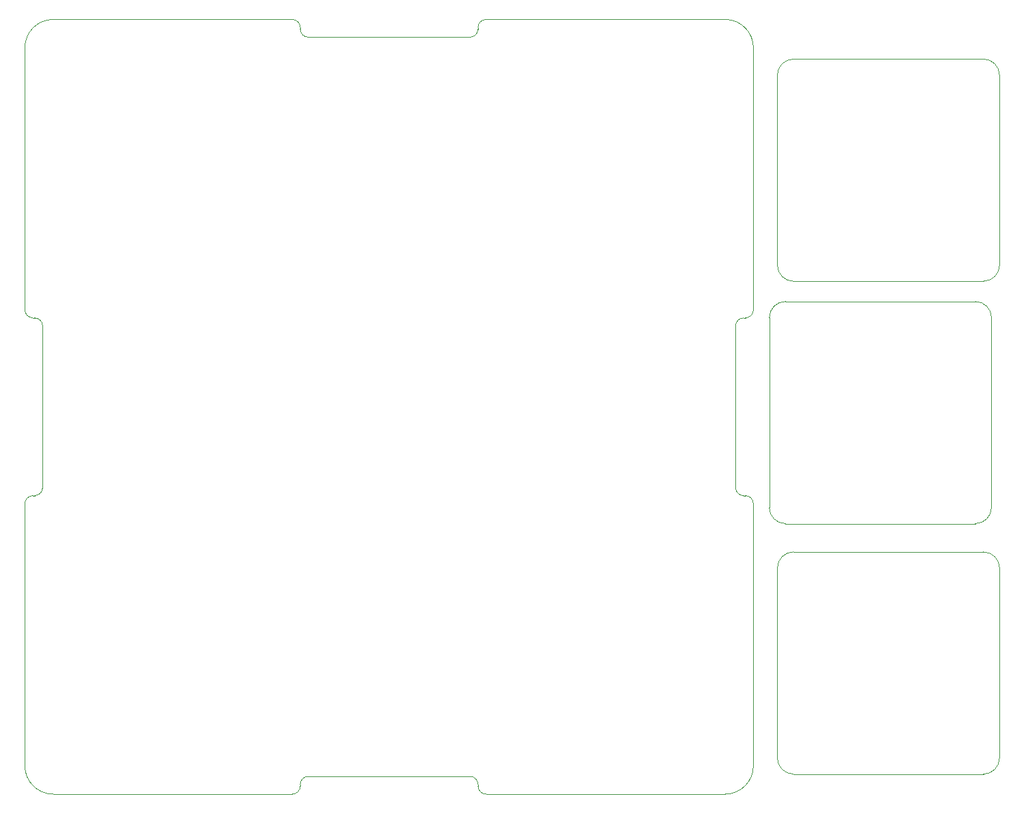
<source format=gm1>
%MOIN*%
%OFA0B0*%
%FSLAX46Y46*%
%IPPOS*%
%LPD*%
%ADD10C,0.0047244094488188976*%
%ADD21C,0.0039370078740157488*%
%ADD22C,0.0039370078740157488*%
%ADD23C,0.0039370078740157488*%
G01*
D10*
X0000029921Y0002372637D02*
X0000029921Y0003650000D01*
X0000029921Y0001427755D02*
X0000029921Y0000150393D01*
X0000069291Y0002333267D02*
X0000077165Y0002333267D01*
X0000077165Y0001467125D02*
X0000069291Y0001467125D01*
X0000116535Y0002293897D02*
X0000116535Y0001506496D01*
X0000167716Y0003787795D02*
X0001332480Y0003787795D01*
X0001332480Y0000012598D02*
X0000167716Y0000012598D01*
X0001371850Y0003740551D02*
X0001371850Y0003748425D01*
X0001371850Y0000059842D02*
X0001371850Y0000051968D01*
X0001411220Y0003701181D02*
X0002198622Y0003701181D01*
X0002198622Y0000099212D02*
X0001411220Y0000099212D01*
X0002237992Y0003740551D02*
X0002237992Y0003748425D01*
X0002237992Y0000051968D02*
X0002237992Y0000059842D01*
X0002277362Y0003787795D02*
X0003442125Y0003787795D01*
X0003442125Y0000012598D02*
X0002277362Y0000012598D01*
X0003493307Y0002293897D02*
X0003493307Y0001506496D01*
X0003532677Y0001467125D02*
X0003540551Y0001467125D01*
X0003540551Y0002333267D02*
X0003532677Y0002333267D01*
X0003579921Y0003650000D02*
X0003579921Y0002372637D01*
X0003579921Y0001427755D02*
X0003579921Y0000150393D01*
X0000167716Y0003787795D02*
G75*
G03*
X0000029921Y0003650000I0000000000J-0000137795D01*
G01*
X0000069291Y0001467125D02*
G75*
G03*
X0000029921Y0001427755I0000000000J-0000039370D01*
G01*
X0000029921Y0002372637D02*
G75*
G03*
X0000069291Y0002333267I0000039370J0000000000D01*
G01*
X0000116535Y0002293897D02*
G75*
G03*
X0000077165Y0002333267I-0000039370J0000000000D01*
G01*
X0000077165Y0001467125D02*
G75*
G03*
X0000116535Y0001506496I0000000000J0000039370D01*
G01*
X0000029921Y0000150393D02*
G75*
G03*
X0000167716Y0000012598I0000137795J0000000000D01*
G01*
X0001371850Y0003748425D02*
G75*
G03*
X0001332480Y0003787795I-0000039370D01*
G01*
X0001411220Y0000099212D02*
G75*
G03*
X0001371850Y0000059842J-0000039370D01*
G01*
X0001332480Y0000012598D02*
G75*
G03*
X0001371850Y0000051968J0000039370D01*
G01*
X0001371850Y0003740551D02*
G75*
G03*
X0001411220Y0003701181I0000039370D01*
G01*
X0002237992Y0000059842D02*
G75*
G03*
X0002198622Y0000099212I-0000039370D01*
G01*
X0002277362Y0003787795D02*
G75*
G03*
X0002237992Y0003748425J-0000039370D01*
G01*
X0002198622Y0003701181D02*
G75*
G03*
X0002237992Y0003740551J0000039370D01*
G01*
X0002237992Y0000051968D02*
G75*
G03*
X0002277362Y0000012598I0000039370D01*
G01*
X0003579921Y0003650000D02*
G75*
G03*
X0003442125Y0003787795I-0000137795D01*
G01*
X0003532677Y0002333267D02*
G75*
G03*
X0003493307Y0002293897J-0000039370D01*
G01*
X0003493307Y0001506496D02*
G75*
G03*
X0003532677Y0001467125I0000039370D01*
G01*
X0003579921Y0001427755D02*
G75*
G03*
X0003540551Y0001467125I-0000039370D01*
G01*
X0003540551Y0002333267D02*
G75*
G03*
X0003579921Y0002372637J0000039370D01*
G01*
X0003442125Y0000012598D02*
G75*
G03*
X0003579921Y0000150393J0000137795D01*
G01*
G04 next file*
G04 Gerber Fmt 4.6, Leading zero omitted, Abs format (unit mm)*
G04 Created by KiCad (PCBNEW 7.0.6) date 2023-08-28 22:53:50*
G01*
G04 APERTURE LIST*
G04 APERTURE END LIST*
D21*
X0004700787Y0000110236D02*
G75*
G03*
X0004779527Y0000188976I0000000000J0000078740D01*
G01*
X0004779527Y0001114173D02*
G75*
G03*
X0004700787Y0001192913I-0000078740J0000000000D01*
G01*
X0004779527Y0001114173D02*
X0004779527Y0000188976D01*
X0003696850Y0000188976D02*
G75*
G03*
X0003775590Y0000110236I0000078740J0000000000D01*
G01*
X0004700787Y0000110236D02*
X0003775590Y0000110236D01*
X0003775590Y0001192913D02*
G75*
G03*
X0003696850Y0001114173I0000000000J-0000078740D01*
G01*
X0003775590Y0001192913D02*
X0004700787Y0001192913D01*
X0003696850Y0000188976D02*
X0003696850Y0001114173D01*
G04 next file*
G04 Gerber Fmt 4.6, Leading zero omitted, Abs format (unit mm)*
G04 Created by KiCad (PCBNEW 7.0.6) date 2023-08-28 22:53:50*
G01*
G04 APERTURE LIST*
G04 APERTURE END LIST*
D22*
X0004700787Y0002511810D02*
G75*
G03*
X0004779527Y0002590551I0000000000J0000078740D01*
G01*
X0004779527Y0003515747D02*
G75*
G03*
X0004700787Y0003594488I-0000078740J0000000000D01*
G01*
X0004779527Y0003515747D02*
X0004779527Y0002590551D01*
X0003696850Y0002590551D02*
G75*
G03*
X0003775590Y0002511810I0000078740J0000000000D01*
G01*
X0004700787Y0002511810D02*
X0003775590Y0002511810D01*
X0003775590Y0003594488D02*
G75*
G03*
X0003696850Y0003515747I0000000000J-0000078740D01*
G01*
X0003775590Y0003594488D02*
X0004700787Y0003594488D01*
X0003696850Y0002590551D02*
X0003696850Y0003515747D01*
G04 next file*
G04 Gerber Fmt 4.6, Leading zero omitted, Abs format (unit mm)*
G04 Created by KiCad (PCBNEW 7.0.6) date 2023-08-28 22:53:50*
G01*
G04 APERTURE LIST*
G04 APERTURE END LIST*
D23*
X0004661417Y0001330708D02*
G75*
G03*
X0004740157Y0001409448I0000000000J0000078740D01*
G01*
X0004740157Y0002334645D02*
G75*
G03*
X0004661417Y0002413385I-0000078740J0000000000D01*
G01*
X0004740157Y0002334645D02*
X0004740157Y0001409448D01*
X0003657480Y0001409448D02*
G75*
G03*
X0003736220Y0001330708I0000078740J0000000000D01*
G01*
X0004661417Y0001330708D02*
X0003736220Y0001330708D01*
X0003736220Y0002413385D02*
G75*
G03*
X0003657480Y0002334645I0000000000J-0000078740D01*
G01*
X0003736220Y0002413385D02*
X0004661417Y0002413385D01*
X0003657480Y0001409448D02*
X0003657480Y0002334645D01*
M02*
</source>
